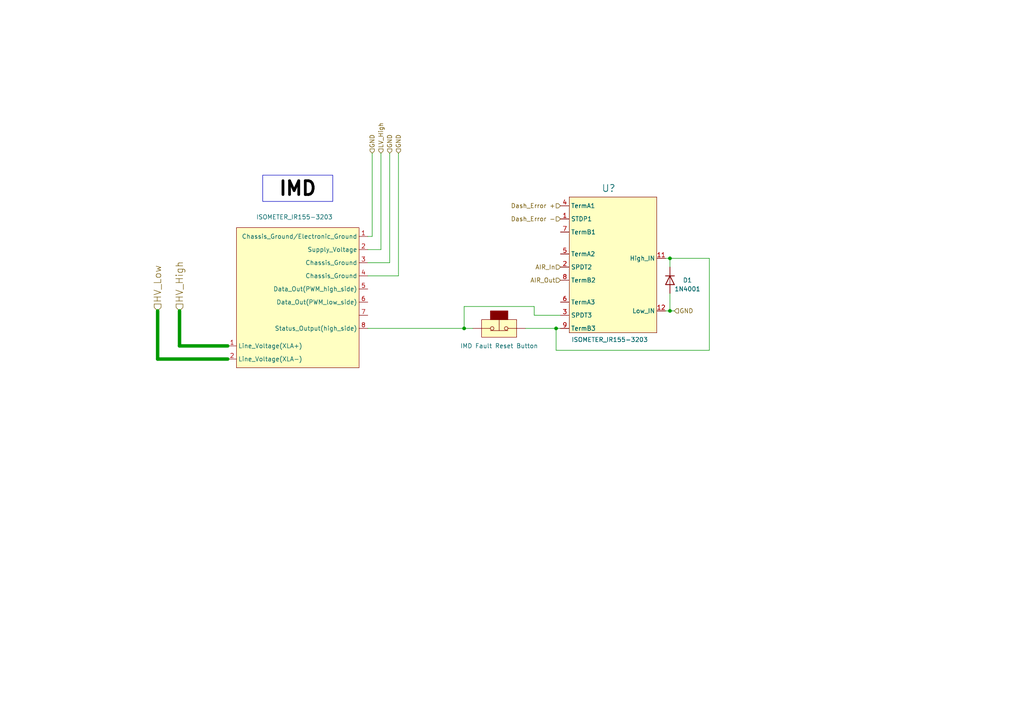
<source format=kicad_sch>
(kicad_sch (version 20230121) (generator eeschema)
  (paper "A4")
  (lib_symbols
    (symbol "CamachosSymbols:Safety Switch" (pin_numbers hide) (pin_names (offset 1.016) hide)
      (property "Reference" "SW?" (at 0 7.62 0))
      (property "Value" "Safety Switch" (at 0 6.35 0))
      (symbol "Safety Switch_0_1"
        (rectangle (start -5.08 2.54) (end 5.08 -2.54) (fill (type background)))
        (circle (center -2.032 0) (radius 0.508))
        (polyline (pts (xy -5.08 0) (xy -2.54 0)))
        (polyline (pts (xy -2.54 -0.635) (xy 2.54 -0.635)))
        (polyline (pts (xy 0 -0.635) (xy 0 1.27)))
        (polyline (pts (xy 0 1.27) (xy 0 2.54)))
        (polyline (pts (xy 2.54 0) (xy 5.08 0)))
        (polyline (pts (xy -2.54 2.54) (xy -2.54 5.08) (xy 2.54 5.08) (xy 2.54 2.54) (xy -2.54 2.54)) (fill (type outline)))
        (circle (center 2.032 0) (radius 0.508))
        (pin passive line (at -7.62 0 0) (length 2.54) (name "A") (number "1"))
      )
      (symbol "Safety Switch_1_1"
        (pin passive line (at 7.62 0 180) (length 2.54) (name "B") (number "2"))
      )
    )
    (symbol "Diode:1N4001" (pin_numbers hide) (pin_names hide)
      (property "Reference" "D" (at 0 2.54 0))
      (property "Value" "1N4001" (at 0 -2.54 0))
      (symbol "1N4001_0_1"
        (polyline (pts (xy -1.27 1.27) (xy -1.27 -1.27)) (stroke (width 0.254)))
        (polyline (pts (xy 1.27 0) (xy -1.27 0)))
        (polyline (pts (xy 1.27 1.27) (xy 1.27 -1.27) (xy -1.27 0) (xy 1.27 1.27)) (stroke (width 0.254)))
      )
      (symbol "1N4001_1_1"
        (pin passive line (at -3.81 0 0) (length 2.54) (name "K") (number "1"))
        (pin passive line (at 3.81 0 180) (length 2.54) (name "A") (number "2"))
      )
    )
    (symbol "Sevcon_Gen4_Size6_1"
      (property "Value" "ISOMETER_IR155-3203" (at 10.16 17.78 0))
      (symbol "Sevcon_Gen4_Size6_1_0_1"
        (rectangle (start -17.78 13.97) (end 17.78 -26.67) (fill (type background)))
      )
      (symbol "Sevcon_Gen4_Size6_1_1_1"
        (pin passive line (at 20.32 11.43 180) (length 2.54) (name "Chassis_Ground/Electronic_Ground") (number "1"))
        (pin passive line (at -20.32 -20.32 0) (length 2.54) (name "Line_Voltage(XLA+)") (number "1"))
        (pin passive line (at -20.32 -24.13 0) (length 2.54) (name "Line_Voltage(XLA-)") (number "2"))
        (pin passive line (at 20.32 7.62 180) (length 2.54) (name "Supply_Voltage") (number "2"))
        (pin passive line (at 20.32 3.81 180) (length 2.54) (name "Chassis_Ground") (number "3"))
        (pin passive line (at 20.32 0 180) (length 2.54) (name "Chassis_Ground") (number "4"))
        (pin passive line (at 20.32 -3.81 180) (length 2.54) (name "Data_Out(PWM_high_side)") (number "5"))
        (pin passive line (at 20.32 -7.62 180) (length 2.54) (name "Data_Out(PWM_low_side)") (number "6"))
        (pin passive line (at 20.32 -11.43 180) (length 2.54) (name "") (number "7"))
        (pin passive line (at 20.32 -15.24 180) (length 2.54) (name "Status_Output(high_side)") (number "8"))
      )
    )
    (symbol "Sevcon_Gen4_Size6_3"
      (property "Reference" "U3" (at -6.35 16.51 0))
      (property "Value" "ISOMETER_IR155-3203" (at 5.08 -26.67 0))
      (symbol "Sevcon_Gen4_Size6_3_0_1"
        (rectangle (start -17.78 13.97) (end 7.62 -25.4) (fill (type background)))
      )
      (symbol "Sevcon_Gen4_Size6_3_1_1"
        (pin passive line (at -20.32 7.62 0) (length 2.54) (name "STDP1") (number "1"))
        (pin passive line (at 10.16 -3.81 180) (length 2.54) (name "High_IN") (number "11"))
        (pin passive line (at 10.16 -19.05 180) (length 2.54) (name "Low_IN") (number "12"))
        (pin passive line (at -20.32 -6.35 0) (length 2.54) (name "SPDT2") (number "2"))
        (pin passive line (at -20.32 -20.32 0) (length 2.54) (name "SPDT3") (number "3"))
        (pin passive line (at -20.32 11.43 0) (length 2.54) (name "TermA1") (number "4"))
        (pin passive line (at -20.32 -2.54 0) (length 2.54) (name "TermA2") (number "5"))
        (pin passive line (at -20.32 -16.51 0) (length 2.54) (name "TermA3") (number "6"))
        (pin passive line (at -20.32 3.81 0) (length 2.54) (name "TermB1") (number "7"))
        (pin passive line (at -20.32 -10.16 0) (length 2.54) (name "TermB2") (number "8"))
        (pin passive line (at -20.32 -24.13 0) (length 2.54) (name "TermB3") (number "9"))
      )
    )
  )
  (junction (at 194.31 90.17))
  (junction (at 161.29 95.25))
  (junction (at 194.31 74.93))
  (junction (at 134.62 95.25))
  (wire (pts (xy 106.68 72.39) (xy 110.49 72.39)))
  (wire (pts (xy 52.07 100.33) (xy 66.04 100.33)) (stroke (width 1)))
  (wire (pts (xy 134.62 88.9) (xy 154.94 88.9)))
  (wire (pts (xy 194.31 90.17) (xy 194.31 85.09)))
  (wire (pts (xy 106.68 68.58) (xy 107.95 68.58)))
  (wire (pts (xy 193.04 90.17) (xy 194.31 90.17)))
  (wire (pts (xy 194.31 77.47) (xy 194.31 74.93)))
  (wire (pts (xy 161.29 101.6) (xy 205.74 101.6)))
  (wire (pts (xy 134.62 95.25) (xy 137.16 95.25)))
  (wire (pts (xy 113.03 44.45) (xy 113.03 76.2)))
  (wire (pts (xy 161.29 95.25) (xy 161.29 101.6)))
  (wire (pts (xy 161.29 95.25) (xy 162.56 95.25)))
  (wire (pts (xy 205.74 74.93) (xy 205.74 101.6)))
  (wire (pts (xy 194.31 74.93) (xy 205.74 74.93)))
  (wire (pts (xy 106.68 80.01) (xy 115.57 80.01)))
  (wire (pts (xy 106.68 76.2) (xy 113.03 76.2)))
  (wire (pts (xy 154.94 88.9) (xy 154.94 91.44)))
  (wire (pts (xy 154.94 91.44) (xy 162.56 91.44)))
  (wire (pts (xy 45.72 90.17) (xy 45.72 104.14)) (stroke (width 1)))
  (wire (pts (xy 66.04 104.14) (xy 45.72 104.14)) (stroke (width 1)))
  (wire (pts (xy 52.07 90.17) (xy 52.07 100.33)) (stroke (width 1)))
  (wire (pts (xy 115.57 44.45) (xy 115.57 80.01)))
  (wire (pts (xy 110.49 44.45) (xy 110.49 72.39)))
  (wire (pts (xy 152.4 95.25) (xy 161.29 95.25)))
  (wire (pts (xy 194.31 90.17) (xy 195.58 90.17)))
  (wire (pts (xy 106.68 95.25) (xy 134.62 95.25)))
  (wire (pts (xy 107.95 68.58) (xy 107.95 44.45)))
  (wire (pts (xy 134.62 95.25) (xy 134.62 88.9)))
  (wire (pts (xy 193.04 74.93) (xy 194.31 74.93)))
  (text_box "IMD" (at 76.2 50.8 0) (size 20.32 7.62) (effects (font (size 4 4) (thickness 0.8) bold)))
  (hierarchical_label "LV_High" (shape input) (at 110.49 44.45 90))
  (hierarchical_label "AIR_In" (shape input) (at 162.56 77.47 180))
  (hierarchical_label "GND" (shape input) (at 107.95 44.45 90))
  (hierarchical_label "Dash_Error +" (shape input) (at 162.56 59.69 180))
  (hierarchical_label "HV_Low" (shape input) (at 45.72 90.17 90) (effects (font (size 2 2))))
  (hierarchical_label "GND" (shape input) (at 195.58 90.17 0))
  (hierarchical_label "AIR_Out" (shape input) (at 162.56 81.28 180))
  (hierarchical_label "GND" (shape input) (at 115.57 44.45 90))
  (hierarchical_label "Dash_Error -" (shape input) (at 162.56 63.5 180))
  (hierarchical_label "HV_High" (shape input) (at 52.07 90.17 90) (effects (font (size 2 2))))
  (hierarchical_label "GND" (shape input) (at 113.03 44.45 90))
  (symbol (lib_id "Diode:1N4001") (at 194.31 81.28 270) (unit 1)
    (property "Reference" "D1" (at 199.39 81.28 90))
    (property "Value" "1N4001" (at 199.39 83.82 90))
    (property "Footprint" "Diode_THT:D_DO-41_SOD81_P10.16mm_Horizontal" (effects hide))
    (property "Datasheet" "http://www.vishay.com/docs/88503/1n4001.pdf" (effects hide))
    (property "Sim.Device" "D" (effects hide))
    (property "Sim.Pins" "1=K 2=A" (effects hide))
  )
  (symbol (lib_id "CamachosSymbols:Safety Switch") (at 144.78 95.25 0) (unit 1)
    (property "Reference" "SW?" (effects hide))
    (property "Value" "IMD Fault Reset Button" (at 144.78 100.33 0))
    (instances (project "Car_TractiveSystem_v2" (path "" (reference "SW?") (unit 1)) (path "" (reference "SW7") (unit 1)) (path "" (reference "SW8") (unit 1))))
  )
  (symbol (lib_name "Sevcon_Gen4_Size6_1") (lib_id "CamachosSymbols:Sevcon_Gen4_Size6") (at 86.36 80.01 0) (unit 1)
    (property "Reference" "U?" (effects hide))
    (property "Value" "ISOMETER_IR155-3203" (at 96.52 62.23 0) (effects (justify right top)))
    (instances (project "Car_TractiveSystem_v2" (path "" (reference "U?") (unit 1)) (path "" (reference "U4") (unit 1)) (path "" (reference "U5") (unit 1))))
  )
  (symbol (lib_name "Sevcon_Gen4_Size6_3") (lib_id "CamachosSymbols:Sevcon_Gen4_Size6") (at 182.88 71.12 0) (unit 1)
    (property "Reference" "U?" (at 176.53 54.61 0) (effects (font (size 2 2))))
    (property "Value" "ISOMETER_IR155-3203" (at 187.96 97.79 0) (effects (justify right top)))
    (instances (project "Car_TractiveSystem_v2" (path "" (reference "U?") (unit 1)) (path "" (reference "3_WAY_SPDT") (unit 1)) (path "" (reference "U3") (unit 1))))
  )
)
</source>
